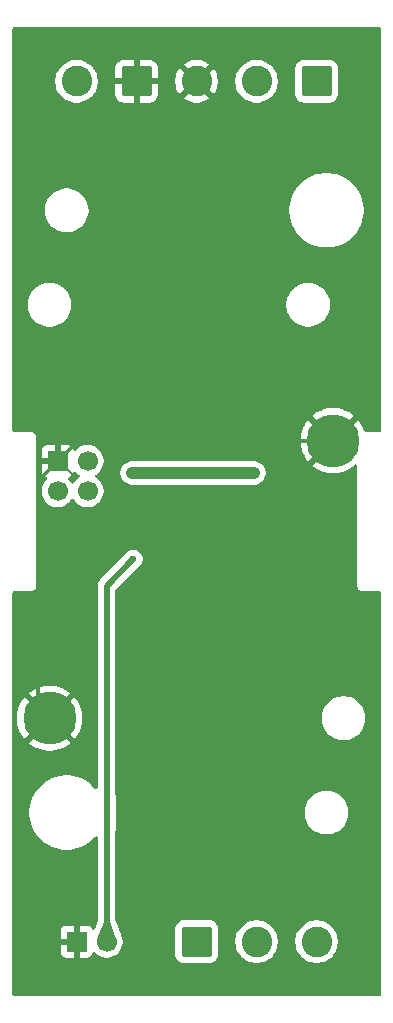
<source format=gbr>
%TF.GenerationSoftware,KiCad,Pcbnew,9.0.1*%
%TF.CreationDate,2025-08-02T01:33:37-07:00*%
%TF.ProjectId,bottom,626f7474-6f6d-42e6-9b69-6361645f7063,A1*%
%TF.SameCoordinates,PX578c1c0PY3d09000*%
%TF.FileFunction,Copper,L2,Bot*%
%TF.FilePolarity,Positive*%
%FSLAX46Y46*%
G04 Gerber Fmt 4.6, Leading zero omitted, Abs format (unit mm)*
G04 Created by KiCad (PCBNEW 9.0.1) date 2025-08-02 01:33:37*
%MOMM*%
%LPD*%
G01*
G04 APERTURE LIST*
G04 Aperture macros list*
%AMRoundRect*
0 Rectangle with rounded corners*
0 $1 Rounding radius*
0 $2 $3 $4 $5 $6 $7 $8 $9 X,Y pos of 4 corners*
0 Add a 4 corners polygon primitive as box body*
4,1,4,$2,$3,$4,$5,$6,$7,$8,$9,$2,$3,0*
0 Add four circle primitives for the rounded corners*
1,1,$1+$1,$2,$3*
1,1,$1+$1,$4,$5*
1,1,$1+$1,$6,$7*
1,1,$1+$1,$8,$9*
0 Add four rect primitives between the rounded corners*
20,1,$1+$1,$2,$3,$4,$5,0*
20,1,$1+$1,$4,$5,$6,$7,0*
20,1,$1+$1,$6,$7,$8,$9,0*
20,1,$1+$1,$8,$9,$2,$3,0*%
G04 Aperture macros list end*
%TA.AperFunction,ComponentPad*%
%ADD10RoundRect,0.250000X-1.050000X-1.050000X1.050000X-1.050000X1.050000X1.050000X-1.050000X1.050000X0*%
%TD*%
%TA.AperFunction,ComponentPad*%
%ADD11C,2.600000*%
%TD*%
%TA.AperFunction,ComponentPad*%
%ADD12R,1.700000X1.700000*%
%TD*%
%TA.AperFunction,ComponentPad*%
%ADD13C,1.700000*%
%TD*%
%TA.AperFunction,ComponentPad*%
%ADD14RoundRect,0.250000X1.050000X1.050000X-1.050000X1.050000X-1.050000X-1.050000X1.050000X-1.050000X0*%
%TD*%
%TA.AperFunction,ComponentPad*%
%ADD15C,4.500000*%
%TD*%
%TA.AperFunction,ViaPad*%
%ADD16C,0.800000*%
%TD*%
%TA.AperFunction,ViaPad*%
%ADD17C,0.600000*%
%TD*%
%TA.AperFunction,Conductor*%
%ADD18C,0.300000*%
%TD*%
%TA.AperFunction,Conductor*%
%ADD19C,0.200000*%
%TD*%
%TA.AperFunction,Conductor*%
%ADD20C,1.000000*%
%TD*%
%TA.AperFunction,Conductor*%
%ADD21C,0.500000*%
%TD*%
G04 APERTURE END LIST*
D10*
%TO.P,J4,1,Pin_1*%
%TO.N,Net-(J4-Pin_1)*%
X16100000Y-77920000D03*
D11*
%TO.P,J4,2,Pin_2*%
%TO.N,Net-(J4-Pin_2)*%
X21180000Y-77920000D03*
%TO.P,J4,3,Pin_3*%
%TO.N,Net-(J4-Pin_3)*%
X26260000Y-77920000D03*
%TD*%
D12*
%TO.P,J5,1,Pin_1*%
%TO.N,GND*%
X5940000Y-77920000D03*
D13*
%TO.P,J5,2,Pin_2*%
%TO.N,/SWIO*%
X8480000Y-77920000D03*
%TD*%
D14*
%TO.P,J1,1,Pin_1*%
%TO.N,GND*%
X11020000Y-5080000D03*
D11*
%TO.P,J1,2,Pin_2*%
%TO.N,+12V*%
X5940000Y-5080000D03*
%TD*%
D14*
%TO.P,J2,1,Pin_1*%
%TO.N,/RS485+*%
X26260000Y-5080000D03*
D11*
%TO.P,J2,2,Pin_2*%
%TO.N,/RS485-*%
X21180000Y-5080000D03*
%TO.P,J2,3,Pin_3*%
%TO.N,GND*%
X16100000Y-5080000D03*
%TD*%
D15*
%TO.P,H8,1,1*%
%TO.N,GND*%
X3650000Y-59000000D03*
%TD*%
%TO.P,H9,1,1*%
%TO.N,GND*%
X27650000Y-35500000D03*
%TD*%
D12*
%TO.P,J3,1,Pin_1*%
%TO.N,GND*%
X4330000Y-37230000D03*
D13*
%TO.P,J3,2,Pin_2*%
%TO.N,/SDA*%
X6870000Y-37230000D03*
%TO.P,J3,3,Pin_3*%
%TO.N,/SCL*%
X4330000Y-39770000D03*
%TO.P,J3,4,Pin_4*%
%TO.N,+5V*%
X6870000Y-39770000D03*
%TD*%
D16*
%TO.N,GND*%
X22618000Y-50242000D03*
D17*
X15592000Y-32454000D03*
D16*
X11950000Y-28525000D03*
D17*
X16522000Y-45543000D03*
X16351229Y-32708000D03*
D16*
X25285000Y-41352000D03*
D17*
X11442000Y-46686000D03*
X11442000Y-44146000D03*
D16*
X14830000Y-40328000D03*
%TO.N,+5V*%
X20152000Y-38246000D03*
X11452000Y-38246000D03*
X10652000Y-38246000D03*
X20952000Y-38246000D03*
D17*
%TO.N,/SWIO*%
X10730001Y-45535001D03*
%TD*%
D18*
%TO.N,GND*%
X27650000Y-35500000D02*
X18638000Y-35500000D01*
X18638000Y-35500000D02*
X15592000Y-32454000D01*
X11020000Y-30540000D02*
X11020000Y-5080000D01*
X4330000Y-37230000D02*
X11020000Y-30540000D01*
D19*
X4399000Y-37230000D02*
X5600000Y-38431000D01*
D18*
X9106000Y-32454000D02*
X15592000Y-32454000D01*
X4330000Y-37230000D02*
X9106000Y-32454000D01*
X4330000Y-37230000D02*
X4399000Y-37230000D01*
X2651000Y-38909000D02*
X2651000Y-58001000D01*
X4330000Y-37230000D02*
X2651000Y-38909000D01*
X2651000Y-58001000D02*
X3650000Y-59000000D01*
D20*
%TO.N,+5V*%
X20952000Y-38246000D02*
X10652000Y-38246000D01*
D21*
%TO.N,/SWIO*%
X8480000Y-65570260D02*
X8480000Y-47785002D01*
X8480000Y-77920000D02*
X8480000Y-68429740D01*
X8480000Y-47785002D02*
X10730001Y-45535001D01*
X8480000Y-68429740D02*
X8501000Y-68408740D01*
X8501000Y-65591260D02*
X8480000Y-65570260D01*
X8501000Y-68408740D02*
X8501000Y-65591260D01*
%TD*%
%TA.AperFunction,Conductor*%
%TO.N,GND*%
G36*
X5848030Y-38125030D02*
G01*
X5876285Y-38146181D01*
X5990213Y-38260109D01*
X6162182Y-38385050D01*
X6170946Y-38389516D01*
X6221742Y-38437491D01*
X6238536Y-38505312D01*
X6215998Y-38571447D01*
X6170946Y-38610484D01*
X6162182Y-38614949D01*
X5990213Y-38739890D01*
X5839890Y-38890213D01*
X5714949Y-39062182D01*
X5710484Y-39070946D01*
X5662509Y-39121742D01*
X5594688Y-39138536D01*
X5528553Y-39115998D01*
X5489516Y-39070946D01*
X5485050Y-39062182D01*
X5360109Y-38890213D01*
X5246181Y-38776285D01*
X5212696Y-38714962D01*
X5217680Y-38645270D01*
X5259552Y-38589337D01*
X5290529Y-38572422D01*
X5422086Y-38523354D01*
X5422093Y-38523350D01*
X5537187Y-38437190D01*
X5537190Y-38437187D01*
X5623350Y-38322093D01*
X5623354Y-38322086D01*
X5672422Y-38190529D01*
X5714293Y-38134595D01*
X5779757Y-38110178D01*
X5848030Y-38125030D01*
G37*
%TD.AperFunction*%
%TA.AperFunction,Conductor*%
G36*
X31642539Y-520185D02*
G01*
X31688294Y-572989D01*
X31699500Y-624500D01*
X31699500Y-34625500D01*
X31679815Y-34692539D01*
X31627011Y-34738294D01*
X31575500Y-34749500D01*
X30388867Y-34749500D01*
X30321828Y-34729815D01*
X30276073Y-34677011D01*
X30271825Y-34666454D01*
X30194671Y-34445960D01*
X30060658Y-34167679D01*
X29896324Y-33906144D01*
X29896323Y-33906142D01*
X29763706Y-33739845D01*
X28765270Y-34738281D01*
X28679722Y-34620534D01*
X28529466Y-34470278D01*
X28411716Y-34384728D01*
X29410152Y-33386293D01*
X29243845Y-33253669D01*
X28982320Y-33089341D01*
X28704039Y-32955328D01*
X28412498Y-32853314D01*
X28412500Y-32853314D01*
X28111367Y-32784583D01*
X28111355Y-32784581D01*
X27804441Y-32750000D01*
X27495558Y-32750000D01*
X27188644Y-32784581D01*
X27188632Y-32784583D01*
X26887500Y-32853314D01*
X26595960Y-32955328D01*
X26317679Y-33089341D01*
X26056144Y-33253675D01*
X26056140Y-33253678D01*
X25889845Y-33386292D01*
X26888282Y-34384729D01*
X26770534Y-34470278D01*
X26620278Y-34620534D01*
X26534729Y-34738282D01*
X25536292Y-33739845D01*
X25403678Y-33906140D01*
X25403675Y-33906144D01*
X25239341Y-34167679D01*
X25105328Y-34445960D01*
X25003314Y-34737500D01*
X24934583Y-35038632D01*
X24934581Y-35038644D01*
X24900000Y-35345558D01*
X24900000Y-35654441D01*
X24934581Y-35961355D01*
X24934583Y-35961367D01*
X25003314Y-36262499D01*
X25105328Y-36554039D01*
X25239341Y-36832320D01*
X25403669Y-37093845D01*
X25536293Y-37260152D01*
X26534728Y-36261716D01*
X26620278Y-36379466D01*
X26770534Y-36529722D01*
X26888281Y-36615270D01*
X25889845Y-37613706D01*
X26056142Y-37746323D01*
X26056144Y-37746324D01*
X26317679Y-37910658D01*
X26595960Y-38044671D01*
X26887501Y-38146685D01*
X26887499Y-38146685D01*
X27188632Y-38215416D01*
X27188644Y-38215418D01*
X27495558Y-38249999D01*
X27495560Y-38250000D01*
X27804440Y-38250000D01*
X27804441Y-38249999D01*
X28111355Y-38215418D01*
X28111367Y-38215416D01*
X28412499Y-38146685D01*
X28704039Y-38044671D01*
X28982320Y-37910658D01*
X29243851Y-37746326D01*
X29485339Y-37553747D01*
X29487819Y-37551268D01*
X29549142Y-37517783D01*
X29618834Y-37522767D01*
X29674767Y-37564639D01*
X29699184Y-37630103D01*
X29699500Y-37638949D01*
X29699500Y-47815891D01*
X29733608Y-47943187D01*
X29766554Y-48000250D01*
X29799500Y-48057314D01*
X29892686Y-48150500D01*
X30006814Y-48216392D01*
X30134108Y-48250500D01*
X31575500Y-48250500D01*
X31642539Y-48270185D01*
X31688294Y-48322989D01*
X31699500Y-48374500D01*
X31699500Y-82375500D01*
X31679815Y-82442539D01*
X31627011Y-82488294D01*
X31575500Y-82499500D01*
X624500Y-82499500D01*
X557461Y-82479815D01*
X511706Y-82427011D01*
X500500Y-82375500D01*
X500500Y-66823065D01*
X1949500Y-66823065D01*
X1949500Y-67176934D01*
X1989116Y-67528545D01*
X1989119Y-67528559D01*
X2067859Y-67873543D01*
X2067860Y-67873545D01*
X2184731Y-68207545D01*
X2338262Y-68526355D01*
X2338264Y-68526358D01*
X2526527Y-68825976D01*
X2657163Y-68989789D01*
X2735046Y-69087452D01*
X2747153Y-69102633D01*
X2997367Y-69352847D01*
X3274024Y-69573473D01*
X3573642Y-69761736D01*
X3892456Y-69915269D01*
X4226456Y-70032140D01*
X4571440Y-70110881D01*
X4571449Y-70110882D01*
X4571454Y-70110883D01*
X4805861Y-70137293D01*
X4923066Y-70150499D01*
X4923069Y-70150500D01*
X4923072Y-70150500D01*
X5276931Y-70150500D01*
X5276932Y-70150499D01*
X5456635Y-70130252D01*
X5628545Y-70110883D01*
X5628548Y-70110882D01*
X5628560Y-70110881D01*
X5973544Y-70032140D01*
X6307544Y-69915269D01*
X6626358Y-69761736D01*
X6925976Y-69573473D01*
X7202633Y-69352847D01*
X7452847Y-69102633D01*
X7508553Y-69032778D01*
X7565741Y-68992639D01*
X7635552Y-68989789D01*
X7695822Y-69025134D01*
X7727416Y-69087452D01*
X7729500Y-69110092D01*
X7729500Y-76106469D01*
X7721238Y-76150975D01*
X7462912Y-76822754D01*
X7420477Y-76878261D01*
X7354769Y-76902015D01*
X7286650Y-76886474D01*
X7237747Y-76836572D01*
X7236166Y-76833064D01*
X7233350Y-76827906D01*
X7147190Y-76712812D01*
X7147187Y-76712809D01*
X7032093Y-76626649D01*
X7032086Y-76626645D01*
X6897379Y-76576403D01*
X6897372Y-76576401D01*
X6837844Y-76570000D01*
X6190000Y-76570000D01*
X6190000Y-77486988D01*
X6132993Y-77454075D01*
X6005826Y-77420000D01*
X5874174Y-77420000D01*
X5747007Y-77454075D01*
X5690000Y-77486988D01*
X5690000Y-76570000D01*
X5042155Y-76570000D01*
X4982627Y-76576401D01*
X4982620Y-76576403D01*
X4847913Y-76626645D01*
X4847906Y-76626649D01*
X4732812Y-76712809D01*
X4732809Y-76712812D01*
X4646649Y-76827906D01*
X4646645Y-76827913D01*
X4596403Y-76962620D01*
X4596401Y-76962627D01*
X4590000Y-77022155D01*
X4590000Y-77670000D01*
X5506988Y-77670000D01*
X5474075Y-77727007D01*
X5440000Y-77854174D01*
X5440000Y-77985826D01*
X5474075Y-78112993D01*
X5506988Y-78170000D01*
X4590000Y-78170000D01*
X4590000Y-78817844D01*
X4596401Y-78877372D01*
X4596403Y-78877379D01*
X4646645Y-79012086D01*
X4646649Y-79012093D01*
X4732809Y-79127187D01*
X4732812Y-79127190D01*
X4847906Y-79213350D01*
X4847913Y-79213354D01*
X4982620Y-79263596D01*
X4982627Y-79263598D01*
X5042155Y-79269999D01*
X5042172Y-79270000D01*
X5690000Y-79270000D01*
X5690000Y-78353012D01*
X5747007Y-78385925D01*
X5874174Y-78420000D01*
X6005826Y-78420000D01*
X6132993Y-78385925D01*
X6190000Y-78353012D01*
X6190000Y-79270000D01*
X6837828Y-79270000D01*
X6837844Y-79269999D01*
X6897372Y-79263598D01*
X6897379Y-79263596D01*
X7032086Y-79213354D01*
X7032093Y-79213350D01*
X7147187Y-79127190D01*
X7147190Y-79127187D01*
X7233350Y-79012093D01*
X7233354Y-79012086D01*
X7282422Y-78880529D01*
X7324293Y-78824595D01*
X7389757Y-78800178D01*
X7458030Y-78815030D01*
X7486285Y-78836181D01*
X7600213Y-78950109D01*
X7772179Y-79075048D01*
X7772181Y-79075049D01*
X7772184Y-79075051D01*
X7961588Y-79171557D01*
X8163757Y-79237246D01*
X8373713Y-79270500D01*
X8373714Y-79270500D01*
X8586286Y-79270500D01*
X8586287Y-79270500D01*
X8796243Y-79237246D01*
X8998412Y-79171557D01*
X9187816Y-79075051D01*
X9263566Y-79020016D01*
X9359786Y-78950109D01*
X9359788Y-78950106D01*
X9359792Y-78950104D01*
X9510104Y-78799792D01*
X9510106Y-78799788D01*
X9510109Y-78799786D01*
X9635048Y-78627820D01*
X9635047Y-78627820D01*
X9635051Y-78627816D01*
X9731557Y-78438412D01*
X9797246Y-78236243D01*
X9830500Y-78026287D01*
X9830500Y-77813713D01*
X9812510Y-77700135D01*
X9812509Y-77700067D01*
X9812479Y-77699939D01*
X9797246Y-77603757D01*
X9731557Y-77401588D01*
X9686023Y-77312225D01*
X9680777Y-77300449D01*
X9550869Y-76962620D01*
X9496020Y-76819983D01*
X14299500Y-76819983D01*
X14299500Y-79020001D01*
X14299501Y-79020018D01*
X14310000Y-79122796D01*
X14310001Y-79122799D01*
X14347926Y-79237246D01*
X14365186Y-79289334D01*
X14457288Y-79438656D01*
X14581344Y-79562712D01*
X14730666Y-79654814D01*
X14897203Y-79709999D01*
X14999991Y-79720500D01*
X17200008Y-79720499D01*
X17302797Y-79709999D01*
X17469334Y-79654814D01*
X17618656Y-79562712D01*
X17742712Y-79438656D01*
X17834814Y-79289334D01*
X17889999Y-79122797D01*
X17900500Y-79020009D01*
X17900499Y-77801995D01*
X19379500Y-77801995D01*
X19379500Y-78038004D01*
X19379501Y-78038020D01*
X19405597Y-78236243D01*
X19410307Y-78272014D01*
X19449960Y-78420000D01*
X19471394Y-78499993D01*
X19561714Y-78718045D01*
X19561719Y-78718056D01*
X19623230Y-78824595D01*
X19679727Y-78922450D01*
X19679729Y-78922453D01*
X19679730Y-78922454D01*
X19823406Y-79109697D01*
X19823412Y-79109704D01*
X19990295Y-79276587D01*
X19990302Y-79276593D01*
X20006909Y-79289336D01*
X20177550Y-79420273D01*
X20308918Y-79496118D01*
X20381943Y-79538280D01*
X20381948Y-79538282D01*
X20381951Y-79538284D01*
X20600007Y-79628606D01*
X20827986Y-79689693D01*
X21061989Y-79720500D01*
X21061996Y-79720500D01*
X21298004Y-79720500D01*
X21298011Y-79720500D01*
X21532014Y-79689693D01*
X21759993Y-79628606D01*
X21978049Y-79538284D01*
X22182450Y-79420273D01*
X22369699Y-79276592D01*
X22536592Y-79109699D01*
X22680273Y-78922450D01*
X22798284Y-78718049D01*
X22888606Y-78499993D01*
X22949693Y-78272014D01*
X22980500Y-78038011D01*
X22980500Y-77801995D01*
X24459500Y-77801995D01*
X24459500Y-78038004D01*
X24459501Y-78038020D01*
X24485597Y-78236243D01*
X24490307Y-78272014D01*
X24529960Y-78420000D01*
X24551394Y-78499993D01*
X24641714Y-78718045D01*
X24641719Y-78718056D01*
X24703230Y-78824595D01*
X24759727Y-78922450D01*
X24759729Y-78922453D01*
X24759730Y-78922454D01*
X24903406Y-79109697D01*
X24903412Y-79109704D01*
X25070295Y-79276587D01*
X25070302Y-79276593D01*
X25086909Y-79289336D01*
X25257550Y-79420273D01*
X25388918Y-79496118D01*
X25461943Y-79538280D01*
X25461948Y-79538282D01*
X25461951Y-79538284D01*
X25680007Y-79628606D01*
X25907986Y-79689693D01*
X26141989Y-79720500D01*
X26141996Y-79720500D01*
X26378004Y-79720500D01*
X26378011Y-79720500D01*
X26612014Y-79689693D01*
X26839993Y-79628606D01*
X27058049Y-79538284D01*
X27262450Y-79420273D01*
X27449699Y-79276592D01*
X27616592Y-79109699D01*
X27760273Y-78922450D01*
X27878284Y-78718049D01*
X27968606Y-78499993D01*
X28029693Y-78272014D01*
X28060500Y-78038011D01*
X28060500Y-77801989D01*
X28029693Y-77567986D01*
X27968606Y-77340007D01*
X27878284Y-77121951D01*
X27878282Y-77121948D01*
X27878280Y-77121943D01*
X27820667Y-77022155D01*
X27760273Y-76917550D01*
X27616592Y-76730301D01*
X27616587Y-76730295D01*
X27449704Y-76563412D01*
X27449697Y-76563406D01*
X27262454Y-76419730D01*
X27262453Y-76419729D01*
X27262450Y-76419727D01*
X27180957Y-76372677D01*
X27058056Y-76301719D01*
X27058045Y-76301714D01*
X26839993Y-76211394D01*
X26612010Y-76150306D01*
X26378020Y-76119501D01*
X26378017Y-76119500D01*
X26378011Y-76119500D01*
X26141989Y-76119500D01*
X26141983Y-76119500D01*
X26141979Y-76119501D01*
X25907989Y-76150306D01*
X25680006Y-76211394D01*
X25461954Y-76301714D01*
X25461943Y-76301719D01*
X25257545Y-76419730D01*
X25070302Y-76563406D01*
X25070295Y-76563412D01*
X24903412Y-76730295D01*
X24903406Y-76730302D01*
X24759730Y-76917545D01*
X24641719Y-77121943D01*
X24641714Y-77121954D01*
X24551394Y-77340006D01*
X24490306Y-77567989D01*
X24459501Y-77801979D01*
X24459500Y-77801995D01*
X22980500Y-77801995D01*
X22980500Y-77801989D01*
X22949693Y-77567986D01*
X22888606Y-77340007D01*
X22798284Y-77121951D01*
X22798282Y-77121948D01*
X22798280Y-77121943D01*
X22740667Y-77022155D01*
X22680273Y-76917550D01*
X22536592Y-76730301D01*
X22536587Y-76730295D01*
X22369704Y-76563412D01*
X22369697Y-76563406D01*
X22182454Y-76419730D01*
X22182453Y-76419729D01*
X22182450Y-76419727D01*
X22100957Y-76372677D01*
X21978056Y-76301719D01*
X21978045Y-76301714D01*
X21759993Y-76211394D01*
X21532010Y-76150306D01*
X21298020Y-76119501D01*
X21298017Y-76119500D01*
X21298011Y-76119500D01*
X21061989Y-76119500D01*
X21061983Y-76119500D01*
X21061979Y-76119501D01*
X20827989Y-76150306D01*
X20600006Y-76211394D01*
X20381954Y-76301714D01*
X20381943Y-76301719D01*
X20177545Y-76419730D01*
X19990302Y-76563406D01*
X19990295Y-76563412D01*
X19823412Y-76730295D01*
X19823406Y-76730302D01*
X19679730Y-76917545D01*
X19561719Y-77121943D01*
X19561714Y-77121954D01*
X19471394Y-77340006D01*
X19410306Y-77567989D01*
X19379501Y-77801979D01*
X19379500Y-77801995D01*
X17900499Y-77801995D01*
X17900499Y-76819992D01*
X17889999Y-76717203D01*
X17834814Y-76550666D01*
X17742712Y-76401344D01*
X17618656Y-76277288D01*
X17469334Y-76185186D01*
X17302797Y-76130001D01*
X17302795Y-76130000D01*
X17200010Y-76119500D01*
X14999998Y-76119500D01*
X14999981Y-76119501D01*
X14897203Y-76130000D01*
X14897200Y-76130001D01*
X14730668Y-76185185D01*
X14730663Y-76185187D01*
X14581342Y-76277289D01*
X14457289Y-76401342D01*
X14365187Y-76550663D01*
X14365185Y-76550668D01*
X14340009Y-76626645D01*
X14310001Y-76717203D01*
X14310001Y-76717204D01*
X14310000Y-76717204D01*
X14299500Y-76819983D01*
X9496020Y-76819983D01*
X9335038Y-76401344D01*
X9238762Y-76150974D01*
X9230500Y-76106469D01*
X9230500Y-68600441D01*
X9232883Y-68576249D01*
X9251500Y-68482660D01*
X9251500Y-66878711D01*
X25249500Y-66878711D01*
X25249500Y-67121288D01*
X25281161Y-67361785D01*
X25343947Y-67596104D01*
X25436773Y-67820205D01*
X25436776Y-67820212D01*
X25558064Y-68030289D01*
X25558066Y-68030292D01*
X25558067Y-68030293D01*
X25705733Y-68222736D01*
X25705739Y-68222743D01*
X25877256Y-68394260D01*
X25877262Y-68394265D01*
X26069711Y-68541936D01*
X26279788Y-68663224D01*
X26503900Y-68756054D01*
X26738211Y-68818838D01*
X26918586Y-68842584D01*
X26978711Y-68850500D01*
X26978712Y-68850500D01*
X27221289Y-68850500D01*
X27269388Y-68844167D01*
X27461789Y-68818838D01*
X27696100Y-68756054D01*
X27920212Y-68663224D01*
X28130289Y-68541936D01*
X28322738Y-68394265D01*
X28494265Y-68222738D01*
X28641936Y-68030289D01*
X28763224Y-67820212D01*
X28856054Y-67596100D01*
X28918838Y-67361789D01*
X28950500Y-67121288D01*
X28950500Y-66878712D01*
X28918838Y-66638211D01*
X28856054Y-66403900D01*
X28763224Y-66179788D01*
X28641936Y-65969711D01*
X28494265Y-65777262D01*
X28494260Y-65777256D01*
X28322743Y-65605739D01*
X28322736Y-65605733D01*
X28130293Y-65458067D01*
X28130292Y-65458066D01*
X28130289Y-65458064D01*
X27920212Y-65336776D01*
X27920205Y-65336773D01*
X27696104Y-65243947D01*
X27461785Y-65181161D01*
X27221289Y-65149500D01*
X27221288Y-65149500D01*
X26978712Y-65149500D01*
X26978711Y-65149500D01*
X26738214Y-65181161D01*
X26503895Y-65243947D01*
X26279794Y-65336773D01*
X26279785Y-65336777D01*
X26069706Y-65458067D01*
X25877263Y-65605733D01*
X25877256Y-65605739D01*
X25705739Y-65777256D01*
X25705733Y-65777263D01*
X25558067Y-65969706D01*
X25436777Y-66179785D01*
X25436773Y-66179794D01*
X25343947Y-66403895D01*
X25281161Y-66638214D01*
X25249500Y-66878711D01*
X9251500Y-66878711D01*
X9251500Y-65517339D01*
X9232883Y-65423749D01*
X9230500Y-65399557D01*
X9230500Y-58878711D01*
X26699500Y-58878711D01*
X26699500Y-59121288D01*
X26731161Y-59361785D01*
X26793947Y-59596104D01*
X26886773Y-59820205D01*
X26886776Y-59820212D01*
X27008064Y-60030289D01*
X27008066Y-60030292D01*
X27008067Y-60030293D01*
X27155733Y-60222736D01*
X27155739Y-60222743D01*
X27327256Y-60394260D01*
X27327262Y-60394265D01*
X27519711Y-60541936D01*
X27729788Y-60663224D01*
X27953900Y-60756054D01*
X28188211Y-60818838D01*
X28368586Y-60842584D01*
X28428711Y-60850500D01*
X28428712Y-60850500D01*
X28671289Y-60850500D01*
X28719388Y-60844167D01*
X28911789Y-60818838D01*
X29146100Y-60756054D01*
X29370212Y-60663224D01*
X29580289Y-60541936D01*
X29772738Y-60394265D01*
X29944265Y-60222738D01*
X30091936Y-60030289D01*
X30213224Y-59820212D01*
X30306054Y-59596100D01*
X30368838Y-59361789D01*
X30400500Y-59121288D01*
X30400500Y-58878712D01*
X30368838Y-58638211D01*
X30306054Y-58403900D01*
X30213224Y-58179788D01*
X30091936Y-57969711D01*
X29944265Y-57777262D01*
X29944260Y-57777256D01*
X29772743Y-57605739D01*
X29772736Y-57605733D01*
X29580293Y-57458067D01*
X29580292Y-57458066D01*
X29580289Y-57458064D01*
X29370212Y-57336776D01*
X29370205Y-57336773D01*
X29146104Y-57243947D01*
X28911785Y-57181161D01*
X28671289Y-57149500D01*
X28671288Y-57149500D01*
X28428712Y-57149500D01*
X28428711Y-57149500D01*
X28188214Y-57181161D01*
X27953895Y-57243947D01*
X27729794Y-57336773D01*
X27729785Y-57336777D01*
X27519706Y-57458067D01*
X27327263Y-57605733D01*
X27327256Y-57605739D01*
X27155739Y-57777256D01*
X27155733Y-57777263D01*
X27008067Y-57969706D01*
X26886777Y-58179785D01*
X26886773Y-58179794D01*
X26793947Y-58403895D01*
X26731161Y-58638214D01*
X26699500Y-58878711D01*
X9230500Y-58878711D01*
X9230500Y-48147231D01*
X9250185Y-48080192D01*
X9266814Y-48059555D01*
X10795884Y-46530484D01*
X10817678Y-46513119D01*
X10819157Y-46512190D01*
X10821622Y-46510645D01*
X11215549Y-46176813D01*
X11224886Y-46168502D01*
X11238433Y-46158029D01*
X11240290Y-46156790D01*
X11351790Y-46045290D01*
X11439395Y-45914180D01*
X11499738Y-45768498D01*
X11530501Y-45613843D01*
X11530501Y-45456159D01*
X11530501Y-45456156D01*
X11530500Y-45456154D01*
X11499739Y-45301511D01*
X11499738Y-45301504D01*
X11499736Y-45301499D01*
X11439398Y-45155828D01*
X11439391Y-45155815D01*
X11351790Y-45024712D01*
X11351787Y-45024708D01*
X11240293Y-44913214D01*
X11240289Y-44913211D01*
X11109186Y-44825610D01*
X11109173Y-44825603D01*
X10963502Y-44765265D01*
X10963490Y-44765262D01*
X10808846Y-44734501D01*
X10808843Y-44734501D01*
X10651159Y-44734501D01*
X10651156Y-44734501D01*
X10496511Y-44765262D01*
X10496499Y-44765265D01*
X10350828Y-44825603D01*
X10350815Y-44825610D01*
X10219713Y-44913210D01*
X10108209Y-45024715D01*
X10108208Y-45024717D01*
X10105606Y-45028611D01*
X10091150Y-45046423D01*
X10088197Y-45049441D01*
X9754349Y-45443386D01*
X9736290Y-45466178D01*
X9726784Y-45476848D01*
X7897050Y-47306582D01*
X7897044Y-47306590D01*
X7847812Y-47380270D01*
X7847813Y-47380271D01*
X7814921Y-47429498D01*
X7814914Y-47429510D01*
X7758342Y-47566088D01*
X7758340Y-47566094D01*
X7729500Y-47711081D01*
X7729500Y-64889907D01*
X7709815Y-64956946D01*
X7657011Y-65002701D01*
X7587853Y-65012645D01*
X7524297Y-64983620D01*
X7508553Y-64967220D01*
X7452847Y-64897367D01*
X7202632Y-64647152D01*
X7132370Y-64591121D01*
X6925976Y-64426527D01*
X6626358Y-64238264D01*
X6626355Y-64238262D01*
X6307545Y-64084731D01*
X5973545Y-63967860D01*
X5973543Y-63967859D01*
X5707300Y-63907091D01*
X5628560Y-63889119D01*
X5628557Y-63889118D01*
X5628545Y-63889116D01*
X5276934Y-63849500D01*
X5276928Y-63849500D01*
X4923072Y-63849500D01*
X4923065Y-63849500D01*
X4571454Y-63889116D01*
X4571440Y-63889119D01*
X4226456Y-63967859D01*
X4226454Y-63967860D01*
X3892454Y-64084731D01*
X3573644Y-64238262D01*
X3274025Y-64426526D01*
X2997367Y-64647152D01*
X2747152Y-64897367D01*
X2526526Y-65174025D01*
X2338262Y-65473644D01*
X2184731Y-65792454D01*
X2067860Y-66126454D01*
X2067859Y-66126456D01*
X1989119Y-66471440D01*
X1989116Y-66471454D01*
X1949500Y-66823065D01*
X500500Y-66823065D01*
X500500Y-58845558D01*
X900000Y-58845558D01*
X900000Y-59154441D01*
X934581Y-59461355D01*
X934583Y-59461367D01*
X1003314Y-59762499D01*
X1105328Y-60054039D01*
X1239341Y-60332320D01*
X1403669Y-60593845D01*
X1536293Y-60760152D01*
X2534728Y-59761716D01*
X2620278Y-59879466D01*
X2770534Y-60029722D01*
X2888281Y-60115270D01*
X1889845Y-61113706D01*
X2056142Y-61246323D01*
X2056144Y-61246324D01*
X2317679Y-61410658D01*
X2595960Y-61544671D01*
X2887501Y-61646685D01*
X2887499Y-61646685D01*
X3188632Y-61715416D01*
X3188644Y-61715418D01*
X3495558Y-61749999D01*
X3495560Y-61750000D01*
X3804440Y-61750000D01*
X3804441Y-61749999D01*
X4111355Y-61715418D01*
X4111367Y-61715416D01*
X4412499Y-61646685D01*
X4704039Y-61544671D01*
X4982320Y-61410658D01*
X5243851Y-61246326D01*
X5410153Y-61113706D01*
X4411717Y-60115270D01*
X4529466Y-60029722D01*
X4679722Y-59879466D01*
X4765270Y-59761717D01*
X5763706Y-60760153D01*
X5896326Y-60593851D01*
X6060658Y-60332320D01*
X6194671Y-60054039D01*
X6296685Y-59762499D01*
X6365416Y-59461367D01*
X6365418Y-59461355D01*
X6399999Y-59154441D01*
X6400000Y-59154439D01*
X6400000Y-58845560D01*
X6399999Y-58845558D01*
X6365418Y-58538644D01*
X6365416Y-58538632D01*
X6296685Y-58237500D01*
X6194671Y-57945960D01*
X6060658Y-57667679D01*
X5896324Y-57406144D01*
X5896323Y-57406142D01*
X5763706Y-57239845D01*
X4765270Y-58238281D01*
X4679722Y-58120534D01*
X4529466Y-57970278D01*
X4411716Y-57884728D01*
X5410152Y-56886293D01*
X5243845Y-56753669D01*
X4982320Y-56589341D01*
X4704039Y-56455328D01*
X4412498Y-56353314D01*
X4412500Y-56353314D01*
X4111367Y-56284583D01*
X4111355Y-56284581D01*
X3804441Y-56250000D01*
X3495558Y-56250000D01*
X3188644Y-56284581D01*
X3188632Y-56284583D01*
X2887500Y-56353314D01*
X2595960Y-56455328D01*
X2317679Y-56589341D01*
X2056144Y-56753675D01*
X2056140Y-56753678D01*
X1889845Y-56886292D01*
X2888282Y-57884729D01*
X2770534Y-57970278D01*
X2620278Y-58120534D01*
X2534729Y-58238282D01*
X1536292Y-57239845D01*
X1403678Y-57406140D01*
X1403675Y-57406144D01*
X1239341Y-57667679D01*
X1105328Y-57945960D01*
X1003314Y-58237500D01*
X934583Y-58538632D01*
X934581Y-58538644D01*
X900000Y-58845558D01*
X500500Y-58845558D01*
X500500Y-48374500D01*
X520185Y-48307461D01*
X572989Y-48261706D01*
X624500Y-48250500D01*
X2065890Y-48250500D01*
X2065892Y-48250500D01*
X2193186Y-48216392D01*
X2307314Y-48150500D01*
X2400500Y-48057314D01*
X2466392Y-47943186D01*
X2500500Y-47815892D01*
X2500500Y-39663713D01*
X2979500Y-39663713D01*
X2979500Y-39876286D01*
X3012753Y-40086239D01*
X3078444Y-40288414D01*
X3174951Y-40477820D01*
X3299890Y-40649786D01*
X3450213Y-40800109D01*
X3622179Y-40925048D01*
X3622181Y-40925049D01*
X3622184Y-40925051D01*
X3811588Y-41021557D01*
X4013757Y-41087246D01*
X4223713Y-41120500D01*
X4223714Y-41120500D01*
X4436286Y-41120500D01*
X4436287Y-41120500D01*
X4646243Y-41087246D01*
X4848412Y-41021557D01*
X5037816Y-40925051D01*
X5059789Y-40909086D01*
X5209786Y-40800109D01*
X5209788Y-40800106D01*
X5209792Y-40800104D01*
X5360104Y-40649792D01*
X5360106Y-40649788D01*
X5360109Y-40649786D01*
X5485048Y-40477820D01*
X5485047Y-40477820D01*
X5485051Y-40477816D01*
X5489514Y-40469054D01*
X5537488Y-40418259D01*
X5605308Y-40401463D01*
X5671444Y-40423999D01*
X5710486Y-40469056D01*
X5714951Y-40477820D01*
X5839890Y-40649786D01*
X5990213Y-40800109D01*
X6162179Y-40925048D01*
X6162181Y-40925049D01*
X6162184Y-40925051D01*
X6351588Y-41021557D01*
X6553757Y-41087246D01*
X6763713Y-41120500D01*
X6763714Y-41120500D01*
X6976286Y-41120500D01*
X6976287Y-41120500D01*
X7186243Y-41087246D01*
X7388412Y-41021557D01*
X7577816Y-40925051D01*
X7599789Y-40909086D01*
X7749786Y-40800109D01*
X7749788Y-40800106D01*
X7749792Y-40800104D01*
X7900104Y-40649792D01*
X7900106Y-40649788D01*
X7900109Y-40649786D01*
X8025048Y-40477820D01*
X8025047Y-40477820D01*
X8025051Y-40477816D01*
X8121557Y-40288412D01*
X8187246Y-40086243D01*
X8220500Y-39876287D01*
X8220500Y-39663713D01*
X8187246Y-39453757D01*
X8121557Y-39251588D01*
X8025051Y-39062184D01*
X8025049Y-39062181D01*
X8025048Y-39062179D01*
X7900109Y-38890213D01*
X7749786Y-38739890D01*
X7577820Y-38614951D01*
X7577115Y-38614591D01*
X7569054Y-38610485D01*
X7518259Y-38562512D01*
X7501463Y-38494692D01*
X7523999Y-38428556D01*
X7569054Y-38389515D01*
X7577816Y-38385051D01*
X7633571Y-38344543D01*
X9651499Y-38344543D01*
X9689947Y-38537829D01*
X9689950Y-38537839D01*
X9765364Y-38719907D01*
X9765371Y-38719920D01*
X9874860Y-38883781D01*
X9874863Y-38883785D01*
X10014214Y-39023136D01*
X10014218Y-39023139D01*
X10178079Y-39132628D01*
X10178092Y-39132635D01*
X10360160Y-39208049D01*
X10360165Y-39208051D01*
X10360169Y-39208051D01*
X10360170Y-39208052D01*
X10553456Y-39246500D01*
X10553459Y-39246500D01*
X21050543Y-39246500D01*
X21180582Y-39220632D01*
X21243835Y-39208051D01*
X21384655Y-39149721D01*
X21425907Y-39132635D01*
X21425907Y-39132634D01*
X21425914Y-39132632D01*
X21589782Y-39023139D01*
X21729139Y-38883782D01*
X21838632Y-38719914D01*
X21914051Y-38537835D01*
X21952500Y-38344541D01*
X21952500Y-38147459D01*
X21952500Y-38147456D01*
X21914052Y-37954170D01*
X21914051Y-37954169D01*
X21914051Y-37954165D01*
X21896030Y-37910658D01*
X21838635Y-37772092D01*
X21838628Y-37772079D01*
X21729139Y-37608218D01*
X21729136Y-37608214D01*
X21589785Y-37468863D01*
X21589781Y-37468860D01*
X21425920Y-37359371D01*
X21425907Y-37359364D01*
X21243839Y-37283950D01*
X21243829Y-37283947D01*
X21050543Y-37245500D01*
X21050541Y-37245500D01*
X10553459Y-37245500D01*
X10553457Y-37245500D01*
X10360170Y-37283947D01*
X10360160Y-37283950D01*
X10178092Y-37359364D01*
X10178079Y-37359371D01*
X10014218Y-37468860D01*
X10014214Y-37468863D01*
X9874863Y-37608214D01*
X9874860Y-37608218D01*
X9765371Y-37772079D01*
X9765364Y-37772092D01*
X9689950Y-37954160D01*
X9689947Y-37954170D01*
X9651500Y-38147456D01*
X9651500Y-38147459D01*
X9651500Y-38344541D01*
X9651500Y-38344543D01*
X9651499Y-38344543D01*
X7633571Y-38344543D01*
X7664471Y-38322093D01*
X7749786Y-38260109D01*
X7749788Y-38260106D01*
X7749792Y-38260104D01*
X7900104Y-38109792D01*
X8025051Y-37937816D01*
X8121557Y-37748412D01*
X8187246Y-37546243D01*
X8220500Y-37336287D01*
X8220500Y-37123713D01*
X8187246Y-36913757D01*
X8121557Y-36711588D01*
X8025051Y-36522184D01*
X8025049Y-36522181D01*
X8025048Y-36522179D01*
X7900109Y-36350213D01*
X7749786Y-36199890D01*
X7577820Y-36074951D01*
X7388414Y-35978444D01*
X7388413Y-35978443D01*
X7388412Y-35978443D01*
X7186243Y-35912754D01*
X7186241Y-35912753D01*
X7186240Y-35912753D01*
X7024957Y-35887208D01*
X6976287Y-35879500D01*
X6763713Y-35879500D01*
X6715042Y-35887208D01*
X6553760Y-35912753D01*
X6351585Y-35978444D01*
X6162179Y-36074951D01*
X5990215Y-36199889D01*
X5876285Y-36313819D01*
X5814962Y-36347303D01*
X5745270Y-36342319D01*
X5689337Y-36300447D01*
X5672422Y-36269470D01*
X5623354Y-36137913D01*
X5623350Y-36137906D01*
X5537190Y-36022812D01*
X5537187Y-36022809D01*
X5422093Y-35936649D01*
X5422086Y-35936645D01*
X5287379Y-35886403D01*
X5287372Y-35886401D01*
X5227844Y-35880000D01*
X4580000Y-35880000D01*
X4580000Y-36796988D01*
X4522993Y-36764075D01*
X4395826Y-36730000D01*
X4264174Y-36730000D01*
X4137007Y-36764075D01*
X4080000Y-36796988D01*
X4080000Y-35880000D01*
X3432155Y-35880000D01*
X3372627Y-35886401D01*
X3372620Y-35886403D01*
X3237913Y-35936645D01*
X3237906Y-35936649D01*
X3122812Y-36022809D01*
X3122809Y-36022812D01*
X3036649Y-36137906D01*
X3036645Y-36137913D01*
X2986403Y-36272620D01*
X2986401Y-36272627D01*
X2980000Y-36332155D01*
X2980000Y-36980000D01*
X3896988Y-36980000D01*
X3864075Y-37037007D01*
X3830000Y-37164174D01*
X3830000Y-37295826D01*
X3864075Y-37422993D01*
X3896988Y-37480000D01*
X2980000Y-37480000D01*
X2980000Y-38127844D01*
X2986401Y-38187372D01*
X2986403Y-38187379D01*
X3036645Y-38322086D01*
X3036649Y-38322093D01*
X3122809Y-38437187D01*
X3122812Y-38437190D01*
X3237906Y-38523350D01*
X3237913Y-38523354D01*
X3369470Y-38572422D01*
X3425404Y-38614293D01*
X3449821Y-38679758D01*
X3434969Y-38748031D01*
X3413819Y-38776285D01*
X3299889Y-38890215D01*
X3174951Y-39062179D01*
X3078444Y-39251585D01*
X3012753Y-39453760D01*
X2979500Y-39663713D01*
X2500500Y-39663713D01*
X2500500Y-35184108D01*
X2466392Y-35056814D01*
X2400500Y-34942686D01*
X2307314Y-34849500D01*
X2250250Y-34816554D01*
X2193187Y-34783608D01*
X2129539Y-34766554D01*
X2065892Y-34749500D01*
X2065891Y-34749500D01*
X624500Y-34749500D01*
X557461Y-34729815D01*
X511706Y-34677011D01*
X500500Y-34625500D01*
X500500Y-23878711D01*
X1799500Y-23878711D01*
X1799500Y-24121288D01*
X1831161Y-24361785D01*
X1893947Y-24596104D01*
X1986773Y-24820205D01*
X1986776Y-24820212D01*
X2108064Y-25030289D01*
X2108066Y-25030292D01*
X2108067Y-25030293D01*
X2255733Y-25222736D01*
X2255739Y-25222743D01*
X2427256Y-25394260D01*
X2427262Y-25394265D01*
X2619711Y-25541936D01*
X2829788Y-25663224D01*
X3053900Y-25756054D01*
X3288211Y-25818838D01*
X3468586Y-25842584D01*
X3528711Y-25850500D01*
X3528712Y-25850500D01*
X3771289Y-25850500D01*
X3819388Y-25844167D01*
X4011789Y-25818838D01*
X4246100Y-25756054D01*
X4470212Y-25663224D01*
X4680289Y-25541936D01*
X4872738Y-25394265D01*
X5044265Y-25222738D01*
X5191936Y-25030289D01*
X5313224Y-24820212D01*
X5406054Y-24596100D01*
X5468838Y-24361789D01*
X5500500Y-24121288D01*
X5500500Y-23878712D01*
X5500500Y-23878711D01*
X23699500Y-23878711D01*
X23699500Y-24121288D01*
X23731161Y-24361785D01*
X23793947Y-24596104D01*
X23886773Y-24820205D01*
X23886776Y-24820212D01*
X24008064Y-25030289D01*
X24008066Y-25030292D01*
X24008067Y-25030293D01*
X24155733Y-25222736D01*
X24155739Y-25222743D01*
X24327256Y-25394260D01*
X24327262Y-25394265D01*
X24519711Y-25541936D01*
X24729788Y-25663224D01*
X24953900Y-25756054D01*
X25188211Y-25818838D01*
X25368586Y-25842584D01*
X25428711Y-25850500D01*
X25428712Y-25850500D01*
X25671289Y-25850500D01*
X25719388Y-25844167D01*
X25911789Y-25818838D01*
X26146100Y-25756054D01*
X26370212Y-25663224D01*
X26580289Y-25541936D01*
X26772738Y-25394265D01*
X26944265Y-25222738D01*
X27091936Y-25030289D01*
X27213224Y-24820212D01*
X27306054Y-24596100D01*
X27368838Y-24361789D01*
X27400500Y-24121288D01*
X27400500Y-23878712D01*
X27368838Y-23638211D01*
X27306054Y-23403900D01*
X27213224Y-23179788D01*
X27091936Y-22969711D01*
X26944265Y-22777262D01*
X26944260Y-22777256D01*
X26772743Y-22605739D01*
X26772736Y-22605733D01*
X26580293Y-22458067D01*
X26580292Y-22458066D01*
X26580289Y-22458064D01*
X26370212Y-22336776D01*
X26370205Y-22336773D01*
X26146104Y-22243947D01*
X25911785Y-22181161D01*
X25671289Y-22149500D01*
X25671288Y-22149500D01*
X25428712Y-22149500D01*
X25428711Y-22149500D01*
X25188214Y-22181161D01*
X24953895Y-22243947D01*
X24729794Y-22336773D01*
X24729785Y-22336777D01*
X24519706Y-22458067D01*
X24327263Y-22605733D01*
X24327256Y-22605739D01*
X24155739Y-22777256D01*
X24155733Y-22777263D01*
X24008067Y-22969706D01*
X23886777Y-23179785D01*
X23886773Y-23179794D01*
X23793947Y-23403895D01*
X23731161Y-23638214D01*
X23699500Y-23878711D01*
X5500500Y-23878711D01*
X5468838Y-23638211D01*
X5406054Y-23403900D01*
X5313224Y-23179788D01*
X5191936Y-22969711D01*
X5044265Y-22777262D01*
X5044260Y-22777256D01*
X4872743Y-22605739D01*
X4872736Y-22605733D01*
X4680293Y-22458067D01*
X4680292Y-22458066D01*
X4680289Y-22458064D01*
X4470212Y-22336776D01*
X4470205Y-22336773D01*
X4246104Y-22243947D01*
X4011785Y-22181161D01*
X3771289Y-22149500D01*
X3771288Y-22149500D01*
X3528712Y-22149500D01*
X3528711Y-22149500D01*
X3288214Y-22181161D01*
X3053895Y-22243947D01*
X2829794Y-22336773D01*
X2829785Y-22336777D01*
X2619706Y-22458067D01*
X2427263Y-22605733D01*
X2427256Y-22605739D01*
X2255739Y-22777256D01*
X2255733Y-22777263D01*
X2108067Y-22969706D01*
X1986777Y-23179785D01*
X1986773Y-23179794D01*
X1893947Y-23403895D01*
X1831161Y-23638214D01*
X1799500Y-23878711D01*
X500500Y-23878711D01*
X500500Y-15878711D01*
X3249500Y-15878711D01*
X3249500Y-16121288D01*
X3281161Y-16361785D01*
X3343947Y-16596104D01*
X3436773Y-16820205D01*
X3436776Y-16820212D01*
X3558064Y-17030289D01*
X3558066Y-17030292D01*
X3558067Y-17030293D01*
X3705733Y-17222736D01*
X3705739Y-17222743D01*
X3877256Y-17394260D01*
X3877262Y-17394265D01*
X4069711Y-17541936D01*
X4279788Y-17663224D01*
X4503900Y-17756054D01*
X4738211Y-17818838D01*
X4918586Y-17842584D01*
X4978711Y-17850500D01*
X4978712Y-17850500D01*
X5221289Y-17850500D01*
X5269388Y-17844167D01*
X5461789Y-17818838D01*
X5696100Y-17756054D01*
X5920212Y-17663224D01*
X6130289Y-17541936D01*
X6322738Y-17394265D01*
X6494265Y-17222738D01*
X6641936Y-17030289D01*
X6763224Y-16820212D01*
X6856054Y-16596100D01*
X6918838Y-16361789D01*
X6950500Y-16121288D01*
X6950500Y-15878712D01*
X6943174Y-15823065D01*
X23949500Y-15823065D01*
X23949500Y-16176934D01*
X23989116Y-16528545D01*
X23989119Y-16528559D01*
X24067859Y-16873543D01*
X24067860Y-16873545D01*
X24184731Y-17207545D01*
X24338262Y-17526355D01*
X24338264Y-17526358D01*
X24526527Y-17825976D01*
X24747153Y-18102633D01*
X24997367Y-18352847D01*
X25274024Y-18573473D01*
X25573642Y-18761736D01*
X25892456Y-18915269D01*
X26226456Y-19032140D01*
X26571440Y-19110881D01*
X26571449Y-19110882D01*
X26571454Y-19110883D01*
X26805861Y-19137293D01*
X26923066Y-19150499D01*
X26923069Y-19150500D01*
X26923072Y-19150500D01*
X27276931Y-19150500D01*
X27276932Y-19150499D01*
X27456635Y-19130252D01*
X27628545Y-19110883D01*
X27628548Y-19110882D01*
X27628560Y-19110881D01*
X27973544Y-19032140D01*
X28307544Y-18915269D01*
X28626358Y-18761736D01*
X28925976Y-18573473D01*
X29202633Y-18352847D01*
X29452847Y-18102633D01*
X29673473Y-17825976D01*
X29861736Y-17526358D01*
X30015269Y-17207544D01*
X30132140Y-16873544D01*
X30210881Y-16528560D01*
X30250500Y-16176928D01*
X30250500Y-15823072D01*
X30229672Y-15638214D01*
X30210883Y-15471454D01*
X30210882Y-15471449D01*
X30210881Y-15471440D01*
X30132140Y-15126456D01*
X30015269Y-14792456D01*
X29861736Y-14473642D01*
X29673473Y-14174024D01*
X29452847Y-13897367D01*
X29202633Y-13647153D01*
X28925976Y-13426527D01*
X28626358Y-13238264D01*
X28626355Y-13238262D01*
X28307545Y-13084731D01*
X27973545Y-12967860D01*
X27973543Y-12967859D01*
X27707300Y-12907091D01*
X27628560Y-12889119D01*
X27628557Y-12889118D01*
X27628545Y-12889116D01*
X27276934Y-12849500D01*
X27276928Y-12849500D01*
X26923072Y-12849500D01*
X26923065Y-12849500D01*
X26571454Y-12889116D01*
X26571440Y-12889119D01*
X26226456Y-12967859D01*
X26226454Y-12967860D01*
X25892454Y-13084731D01*
X25573644Y-13238262D01*
X25274025Y-13426526D01*
X24997367Y-13647152D01*
X24747152Y-13897367D01*
X24526526Y-14174025D01*
X24338262Y-14473644D01*
X24184731Y-14792454D01*
X24067860Y-15126454D01*
X24067859Y-15126456D01*
X23989119Y-15471440D01*
X23989116Y-15471454D01*
X23949500Y-15823065D01*
X6943174Y-15823065D01*
X6918838Y-15638211D01*
X6856054Y-15403900D01*
X6763224Y-15179788D01*
X6641936Y-14969711D01*
X6494265Y-14777262D01*
X6494260Y-14777256D01*
X6322743Y-14605739D01*
X6322736Y-14605733D01*
X6130293Y-14458067D01*
X6130292Y-14458066D01*
X6130289Y-14458064D01*
X5920212Y-14336776D01*
X5920205Y-14336773D01*
X5696104Y-14243947D01*
X5461785Y-14181161D01*
X5221289Y-14149500D01*
X5221288Y-14149500D01*
X4978712Y-14149500D01*
X4978711Y-14149500D01*
X4738214Y-14181161D01*
X4503895Y-14243947D01*
X4279794Y-14336773D01*
X4279785Y-14336777D01*
X4069706Y-14458067D01*
X3877263Y-14605733D01*
X3877256Y-14605739D01*
X3705739Y-14777256D01*
X3705733Y-14777263D01*
X3558067Y-14969706D01*
X3436777Y-15179785D01*
X3436773Y-15179794D01*
X3343947Y-15403895D01*
X3281161Y-15638214D01*
X3249500Y-15878711D01*
X500500Y-15878711D01*
X500500Y-4961995D01*
X4139500Y-4961995D01*
X4139500Y-5198004D01*
X4139501Y-5198020D01*
X4170306Y-5432010D01*
X4231394Y-5659993D01*
X4321714Y-5878045D01*
X4321719Y-5878056D01*
X4392677Y-6000957D01*
X4439727Y-6082450D01*
X4439729Y-6082453D01*
X4439730Y-6082454D01*
X4583406Y-6269697D01*
X4583412Y-6269704D01*
X4750295Y-6436587D01*
X4750302Y-6436593D01*
X4860306Y-6521001D01*
X4937550Y-6580273D01*
X5068918Y-6656118D01*
X5141943Y-6698280D01*
X5141948Y-6698282D01*
X5141951Y-6698284D01*
X5360007Y-6788606D01*
X5587986Y-6849693D01*
X5821989Y-6880500D01*
X5821996Y-6880500D01*
X6058004Y-6880500D01*
X6058011Y-6880500D01*
X6292014Y-6849693D01*
X6519993Y-6788606D01*
X6738049Y-6698284D01*
X6942450Y-6580273D01*
X7129699Y-6436592D01*
X7296592Y-6269699D01*
X7440273Y-6082450D01*
X7558284Y-5878049D01*
X7648606Y-5659993D01*
X7709693Y-5432014D01*
X7740500Y-5198011D01*
X7740500Y-4961989D01*
X7709693Y-4727986D01*
X7648606Y-4500007D01*
X7558284Y-4281951D01*
X7558282Y-4281948D01*
X7558280Y-4281943D01*
X7502510Y-4185348D01*
X7440273Y-4077550D01*
X7365442Y-3980028D01*
X7365430Y-3980013D01*
X9220000Y-3980013D01*
X9220000Y-4830000D01*
X10419999Y-4830000D01*
X10394979Y-4890402D01*
X10370000Y-5015981D01*
X10370000Y-5144019D01*
X10394979Y-5269598D01*
X10419999Y-5330000D01*
X9220001Y-5330000D01*
X9220001Y-6179986D01*
X9230494Y-6282697D01*
X9285641Y-6449119D01*
X9285643Y-6449124D01*
X9377684Y-6598345D01*
X9501654Y-6722315D01*
X9650875Y-6814356D01*
X9650880Y-6814358D01*
X9817302Y-6869505D01*
X9817309Y-6869506D01*
X9920019Y-6879999D01*
X10769999Y-6879999D01*
X10770000Y-6879998D01*
X10770000Y-5680001D01*
X10830402Y-5705021D01*
X10955981Y-5730000D01*
X11084019Y-5730000D01*
X11209598Y-5705021D01*
X11270000Y-5680001D01*
X11270000Y-6879999D01*
X12119972Y-6879999D01*
X12119986Y-6879998D01*
X12222697Y-6869505D01*
X12389119Y-6814358D01*
X12389124Y-6814356D01*
X12538345Y-6722315D01*
X12662315Y-6598345D01*
X12754356Y-6449124D01*
X12754359Y-6449115D01*
X12760589Y-6430319D01*
X12809505Y-6282697D01*
X12809506Y-6282690D01*
X12819999Y-6179986D01*
X12820000Y-6179973D01*
X12820000Y-5330000D01*
X11620001Y-5330000D01*
X11645021Y-5269598D01*
X11670000Y-5144019D01*
X11670000Y-5015981D01*
X11659265Y-4962014D01*
X14300000Y-4962014D01*
X14300000Y-5197985D01*
X14330799Y-5431914D01*
X14391870Y-5659837D01*
X14482160Y-5877819D01*
X14482165Y-5877828D01*
X14600144Y-6082171D01*
X14600145Y-6082172D01*
X14662721Y-6163723D01*
X15498958Y-5327487D01*
X15523978Y-5387890D01*
X15595112Y-5494351D01*
X15685649Y-5584888D01*
X15792110Y-5656022D01*
X15852511Y-5681041D01*
X15016275Y-6517277D01*
X15097827Y-6579854D01*
X15097828Y-6579855D01*
X15302171Y-6697834D01*
X15302180Y-6697839D01*
X15520163Y-6788129D01*
X15520161Y-6788129D01*
X15748085Y-6849200D01*
X15982014Y-6879999D01*
X15982029Y-6880000D01*
X16217971Y-6880000D01*
X16217985Y-6879999D01*
X16451914Y-6849200D01*
X16679837Y-6788129D01*
X16897819Y-6697839D01*
X16897828Y-6697834D01*
X17102181Y-6579850D01*
X17183723Y-6517279D01*
X17183723Y-6517276D01*
X16347487Y-5681041D01*
X16407890Y-5656022D01*
X16514351Y-5584888D01*
X16604888Y-5494351D01*
X16676022Y-5387890D01*
X16701041Y-5327487D01*
X17537276Y-6163723D01*
X17537279Y-6163723D01*
X17599850Y-6082181D01*
X17717834Y-5877828D01*
X17717839Y-5877819D01*
X17808129Y-5659837D01*
X17869200Y-5431914D01*
X17899999Y-5197985D01*
X17900000Y-5197971D01*
X17900000Y-4962021D01*
X17899997Y-4961995D01*
X19379500Y-4961995D01*
X19379500Y-5198004D01*
X19379501Y-5198020D01*
X19410306Y-5432010D01*
X19471394Y-5659993D01*
X19561714Y-5878045D01*
X19561719Y-5878056D01*
X19632677Y-6000957D01*
X19679727Y-6082450D01*
X19679729Y-6082453D01*
X19679730Y-6082454D01*
X19823406Y-6269697D01*
X19823412Y-6269704D01*
X19990295Y-6436587D01*
X19990302Y-6436593D01*
X20100306Y-6521001D01*
X20177550Y-6580273D01*
X20308918Y-6656118D01*
X20381943Y-6698280D01*
X20381948Y-6698282D01*
X20381951Y-6698284D01*
X20600007Y-6788606D01*
X20827986Y-6849693D01*
X21061989Y-6880500D01*
X21061996Y-6880500D01*
X21298004Y-6880500D01*
X21298011Y-6880500D01*
X21532014Y-6849693D01*
X21759993Y-6788606D01*
X21978049Y-6698284D01*
X22182450Y-6580273D01*
X22369699Y-6436592D01*
X22536592Y-6269699D01*
X22680273Y-6082450D01*
X22798284Y-5878049D01*
X22888606Y-5659993D01*
X22949693Y-5432014D01*
X22980500Y-5198011D01*
X22980500Y-4961989D01*
X22949693Y-4727986D01*
X22888606Y-4500007D01*
X22798284Y-4281951D01*
X22798282Y-4281948D01*
X22798280Y-4281943D01*
X22742510Y-4185348D01*
X22680273Y-4077550D01*
X22605442Y-3980028D01*
X22605407Y-3979983D01*
X24459500Y-3979983D01*
X24459500Y-6180001D01*
X24459501Y-6180018D01*
X24470000Y-6282796D01*
X24470001Y-6282799D01*
X24518885Y-6430319D01*
X24525186Y-6449334D01*
X24617288Y-6598656D01*
X24741344Y-6722712D01*
X24890666Y-6814814D01*
X25057203Y-6869999D01*
X25159991Y-6880500D01*
X27360008Y-6880499D01*
X27462797Y-6869999D01*
X27629334Y-6814814D01*
X27778656Y-6722712D01*
X27902712Y-6598656D01*
X27994814Y-6449334D01*
X28049999Y-6282797D01*
X28060500Y-6180009D01*
X28060499Y-3979992D01*
X28049999Y-3877203D01*
X27994814Y-3710666D01*
X27902712Y-3561344D01*
X27778656Y-3437288D01*
X27629334Y-3345186D01*
X27462797Y-3290001D01*
X27462795Y-3290000D01*
X27360010Y-3279500D01*
X25159998Y-3279500D01*
X25159981Y-3279501D01*
X25057203Y-3290000D01*
X25057200Y-3290001D01*
X24890668Y-3345185D01*
X24890663Y-3345187D01*
X24741342Y-3437289D01*
X24617289Y-3561342D01*
X24525187Y-3710663D01*
X24525185Y-3710668D01*
X24497349Y-3794670D01*
X24470001Y-3877203D01*
X24470001Y-3877204D01*
X24470000Y-3877204D01*
X24459500Y-3979983D01*
X22605407Y-3979983D01*
X22536593Y-3890302D01*
X22536587Y-3890295D01*
X22369704Y-3723412D01*
X22369697Y-3723406D01*
X22182454Y-3579730D01*
X22182453Y-3579729D01*
X22182450Y-3579727D01*
X22100957Y-3532677D01*
X21978056Y-3461719D01*
X21978045Y-3461714D01*
X21759993Y-3371394D01*
X21532010Y-3310306D01*
X21298020Y-3279501D01*
X21298017Y-3279500D01*
X21298011Y-3279500D01*
X21061989Y-3279500D01*
X21061983Y-3279500D01*
X21061979Y-3279501D01*
X20827989Y-3310306D01*
X20600006Y-3371394D01*
X20381954Y-3461714D01*
X20381943Y-3461719D01*
X20177545Y-3579730D01*
X19990302Y-3723406D01*
X19990295Y-3723412D01*
X19823412Y-3890295D01*
X19823406Y-3890302D01*
X19679730Y-4077545D01*
X19679727Y-4077549D01*
X19679727Y-4077550D01*
X19672014Y-4090909D01*
X19561719Y-4281943D01*
X19561714Y-4281954D01*
X19471394Y-4500006D01*
X19410306Y-4727989D01*
X19379501Y-4961979D01*
X19379500Y-4961995D01*
X17899997Y-4961995D01*
X17869200Y-4728085D01*
X17808129Y-4500162D01*
X17717839Y-4282180D01*
X17717834Y-4282171D01*
X17599855Y-4077828D01*
X17599854Y-4077827D01*
X17537277Y-3996275D01*
X16701041Y-4832511D01*
X16676022Y-4772110D01*
X16604888Y-4665649D01*
X16514351Y-4575112D01*
X16407890Y-4503978D01*
X16347488Y-4478958D01*
X17183723Y-3642721D01*
X17102172Y-3580145D01*
X17102171Y-3580144D01*
X16897828Y-3462165D01*
X16897819Y-3462160D01*
X16679836Y-3371870D01*
X16679838Y-3371870D01*
X16451914Y-3310799D01*
X16217985Y-3280000D01*
X15982014Y-3280000D01*
X15748085Y-3310799D01*
X15520162Y-3371870D01*
X15302180Y-3462160D01*
X15302171Y-3462165D01*
X15097828Y-3580144D01*
X15097818Y-3580150D01*
X15016275Y-3642720D01*
X15016275Y-3642721D01*
X15852512Y-4478958D01*
X15792110Y-4503978D01*
X15685649Y-4575112D01*
X15595112Y-4665649D01*
X15523978Y-4772110D01*
X15498958Y-4832511D01*
X14662721Y-3996275D01*
X14662720Y-3996275D01*
X14600150Y-4077818D01*
X14600144Y-4077828D01*
X14482165Y-4282171D01*
X14482160Y-4282180D01*
X14391870Y-4500162D01*
X14330799Y-4728085D01*
X14300000Y-4962014D01*
X11659265Y-4962014D01*
X11645021Y-4890402D01*
X11620001Y-4830000D01*
X12819999Y-4830000D01*
X12819999Y-3980028D01*
X12819998Y-3980013D01*
X12809506Y-3877304D01*
X12760587Y-3729679D01*
X12760586Y-3729676D01*
X12754359Y-3710882D01*
X12754356Y-3710875D01*
X12662315Y-3561654D01*
X12538345Y-3437684D01*
X12389124Y-3345643D01*
X12389119Y-3345641D01*
X12222697Y-3290494D01*
X12222690Y-3290493D01*
X12119986Y-3280000D01*
X11270000Y-3280000D01*
X11270000Y-4479998D01*
X11209598Y-4454979D01*
X11084019Y-4430000D01*
X10955981Y-4430000D01*
X10830402Y-4454979D01*
X10770000Y-4479998D01*
X10770000Y-3280000D01*
X9920028Y-3280000D01*
X9920012Y-3280001D01*
X9817302Y-3290494D01*
X9650880Y-3345641D01*
X9650875Y-3345643D01*
X9501654Y-3437684D01*
X9377684Y-3561654D01*
X9285643Y-3710875D01*
X9285641Y-3710880D01*
X9230494Y-3877302D01*
X9230493Y-3877309D01*
X9220000Y-3980013D01*
X7365430Y-3980013D01*
X7296593Y-3890302D01*
X7296587Y-3890295D01*
X7129704Y-3723412D01*
X7129697Y-3723406D01*
X6942454Y-3579730D01*
X6942453Y-3579729D01*
X6942450Y-3579727D01*
X6860957Y-3532677D01*
X6738056Y-3461719D01*
X6738045Y-3461714D01*
X6519993Y-3371394D01*
X6292010Y-3310306D01*
X6058020Y-3279501D01*
X6058017Y-3279500D01*
X6058011Y-3279500D01*
X5821989Y-3279500D01*
X5821983Y-3279500D01*
X5821979Y-3279501D01*
X5587989Y-3310306D01*
X5360006Y-3371394D01*
X5141954Y-3461714D01*
X5141943Y-3461719D01*
X4937545Y-3579730D01*
X4750302Y-3723406D01*
X4750295Y-3723412D01*
X4583412Y-3890295D01*
X4583406Y-3890302D01*
X4439730Y-4077545D01*
X4439727Y-4077549D01*
X4439727Y-4077550D01*
X4432014Y-4090909D01*
X4321719Y-4281943D01*
X4321714Y-4281954D01*
X4231394Y-4500006D01*
X4170306Y-4727989D01*
X4139501Y-4961979D01*
X4139500Y-4961995D01*
X500500Y-4961995D01*
X500500Y-624500D01*
X520185Y-557461D01*
X572989Y-511706D01*
X624500Y-500500D01*
X31575500Y-500500D01*
X31642539Y-520185D01*
G37*
%TD.AperFunction*%
%TD*%
%TA.AperFunction,Conductor*%
%TO.N,/SWIO*%
G36*
X8730237Y-76239760D02*
G01*
X8732884Y-76243834D01*
X9308687Y-77741223D01*
X9308458Y-77750175D01*
X9301966Y-77756342D01*
X9300063Y-77756895D01*
X8482296Y-77920540D01*
X8477704Y-77920540D01*
X7659936Y-77756895D01*
X7652496Y-77751911D01*
X7650759Y-77743126D01*
X7651309Y-77741231D01*
X8227116Y-76243834D01*
X8233283Y-76237342D01*
X8238036Y-76236333D01*
X8721964Y-76236333D01*
X8730237Y-76239760D01*
G37*
%TD.AperFunction*%
%TD*%
%TA.AperFunction,Conductor*%
%TO.N,GND*%
G36*
X16118254Y-32768122D02*
G01*
X15906122Y-32980254D01*
X15425329Y-32703441D01*
X15591293Y-32453293D01*
X15841441Y-32287329D01*
X16118254Y-32768122D01*
G37*
%TD.AperFunction*%
%TD*%
%TA.AperFunction,Conductor*%
%TO.N,GND*%
G36*
X15593000Y-32454000D02*
G01*
X15533473Y-32748236D01*
X14997764Y-32604000D01*
X14997764Y-32304000D01*
X15533473Y-32159764D01*
X15593000Y-32454000D01*
G37*
%TD.AperFunction*%
%TD*%
%TA.AperFunction,Conductor*%
%TO.N,/SWIO*%
G36*
X10489228Y-45374081D02*
G01*
X10728735Y-45532985D01*
X10732016Y-45536266D01*
X10890920Y-45775773D01*
X10892639Y-45784561D01*
X10888735Y-45791167D01*
X10494808Y-46124999D01*
X10486281Y-46127733D01*
X10478971Y-46124346D01*
X10140655Y-45786030D01*
X10137228Y-45777757D01*
X10140002Y-45770193D01*
X10339914Y-45534294D01*
X10473835Y-45376265D01*
X10481797Y-45372170D01*
X10489228Y-45374081D01*
G37*
%TD.AperFunction*%
%TD*%
M02*

</source>
